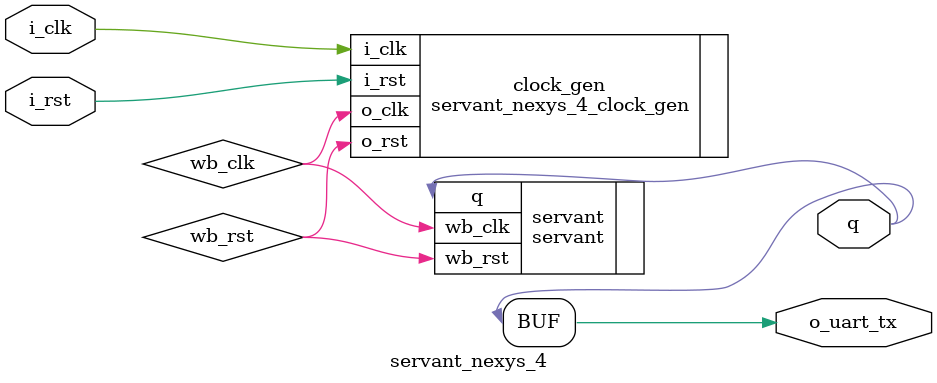
<source format=v>
`default_nettype none
module servant_nexys_4
(
 input wire  i_clk,
 input wire  i_rst,
 output wire o_uart_tx,
 output wire q);

   parameter memfile = "zephyr_hello.hex";
   parameter memsize = 8192;

   wire      wb_clk;
   wire      wb_rst;
   wire      inv_rst;

   assign o_uart_tx = q;

   servant_nexys_4_clock_gen
   clock_gen
     (.i_clk (i_clk),
      .i_rst (i_rst),
      .o_clk (wb_clk),
      .o_rst (wb_rst));

   servant
     #(.memfile (memfile),
       .memsize (memsize))
   servant
     (.wb_clk (wb_clk),
      .wb_rst (wb_rst),
      .q      (q));

endmodule
`default_nettype wire

</source>
